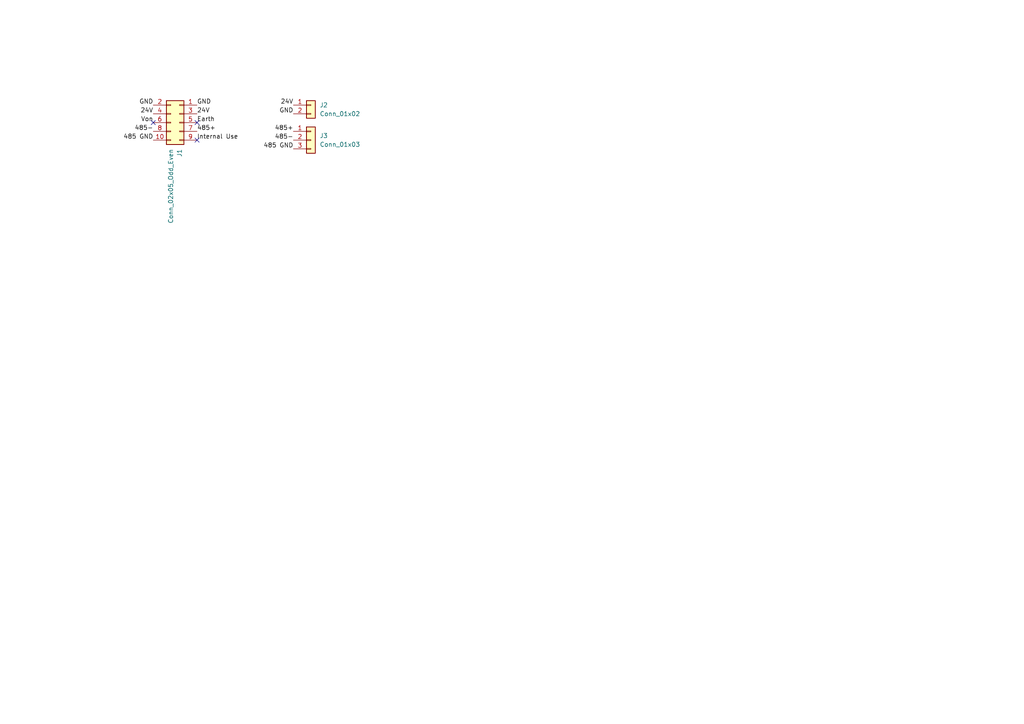
<source format=kicad_sch>
(kicad_sch (version 20211123) (generator eeschema)
  (paper "A4")
  (lib_symbols
    (symbol "Connector_Generic:Conn_01x02" (pin_names (offset 1.016) hide)
      (property "Reference" "J" (at 0 2.54 0))
      (property "Value" "Conn_01x02" (at 0 -5.08 0))
      (symbol "Conn_01x02_1_1"
        (rectangle (start -1.27 -2.413) (end 0 -2.667) (stroke (width 0.1524)))
        (rectangle (start -1.27 0.127) (end 0 -0.127) (stroke (width 0.1524)))
        (rectangle (start -1.27 1.27) (end 1.27 -3.81) (stroke (width 0.254)) (fill (type background)))
        (pin passive line (at -5.08 0 0) (length 3.81) (name "Pin_1") (number "1"))
        (pin passive line (at -5.08 -2.54 0) (length 3.81) (name "Pin_2") (number "2"))
      )
    )
    (symbol "Connector_Generic:Conn_01x03" (pin_names (offset 1.016) hide)
      (property "Reference" "J" (at 0 5.08 0))
      (property "Value" "Conn_01x03" (at 0 -5.08 0))
      (symbol "Conn_01x03_1_1"
        (rectangle (start -1.27 -2.413) (end 0 -2.667) (stroke (width 0.1524)))
        (rectangle (start -1.27 0.127) (end 0 -0.127) (stroke (width 0.1524)))
        (rectangle (start -1.27 2.667) (end 0 2.413) (stroke (width 0.1524)))
        (rectangle (start -1.27 3.81) (end 1.27 -3.81) (stroke (width 0.254)) (fill (type background)))
        (pin passive line (at -5.08 2.54 0) (length 3.81) (name "Pin_1") (number "1"))
        (pin passive line (at -5.08 0 0) (length 3.81) (name "Pin_2") (number "2"))
        (pin passive line (at -5.08 -2.54 0) (length 3.81) (name "Pin_3") (number "3"))
      )
    )
    (symbol "Connector_Generic:Conn_02x05_Odd_Even" (pin_names (offset 1.016) hide)
      (property "Reference" "J" (at 1.27 7.62 0))
      (property "Value" "Conn_02x05_Odd_Even" (at 1.27 -7.62 0))
      (symbol "Conn_02x05_Odd_Even_1_1"
        (rectangle (start -1.27 -4.953) (end 0 -5.207) (stroke (width 0.1524)))
        (rectangle (start -1.27 -2.413) (end 0 -2.667) (stroke (width 0.1524)))
        (rectangle (start -1.27 0.127) (end 0 -0.127) (stroke (width 0.1524)))
        (rectangle (start -1.27 2.667) (end 0 2.413) (stroke (width 0.1524)))
        (rectangle (start -1.27 5.207) (end 0 4.953) (stroke (width 0.1524)))
        (rectangle (start -1.27 6.35) (end 3.81 -6.35) (stroke (width 0.254)) (fill (type background)))
        (rectangle (start 3.81 -4.953) (end 2.54 -5.207) (stroke (width 0.1524)))
        (rectangle (start 3.81 -2.413) (end 2.54 -2.667) (stroke (width 0.1524)))
        (rectangle (start 3.81 0.127) (end 2.54 -0.127) (stroke (width 0.1524)))
        (rectangle (start 3.81 2.667) (end 2.54 2.413) (stroke (width 0.1524)))
        (rectangle (start 3.81 5.207) (end 2.54 4.953) (stroke (width 0.1524)))
        (pin passive line (at -5.08 5.08 0) (length 3.81) (name "Pin_1") (number "1"))
        (pin passive line (at 7.62 -5.08 180) (length 3.81) (name "Pin_10") (number "10"))
        (pin passive line (at 7.62 5.08 180) (length 3.81) (name "Pin_2") (number "2"))
        (pin passive line (at -5.08 2.54 0) (length 3.81) (name "Pin_3") (number "3"))
        (pin passive line (at 7.62 2.54 180) (length 3.81) (name "Pin_4") (number "4"))
        (pin passive line (at -5.08 0 0) (length 3.81) (name "Pin_5") (number "5"))
        (pin passive line (at 7.62 0 180) (length 3.81) (name "Pin_6") (number "6"))
        (pin passive line (at -5.08 -2.54 0) (length 3.81) (name "Pin_7") (number "7"))
        (pin passive line (at 7.62 -2.54 180) (length 3.81) (name "Pin_8") (number "8"))
        (pin passive line (at -5.08 -5.08 0) (length 3.81) (name "Pin_9") (number "9"))
      )
    )
  )
  (no_connect (at 57.15 40.64))
  (no_connect (at 44.45 35.56))
  (no_connect (at 57.15 35.56))
  (label "485 GND" (at 85.09 43.18 180))
  (label "Internal Use" (at 57.15 40.64 0))
  (label "Von" (at 44.45 35.56 180))
  (label "24V" (at 85.09 30.48 180))
  (label "485 GND" (at 44.45 40.64 180))
  (label "485-" (at 85.09 40.64 180))
  (label "GND" (at 85.09 33.02 180))
  (label "24V" (at 57.15 33.02 0))
  (label "485+" (at 57.15 38.1 0))
  (label "485-" (at 44.45 38.1 180))
  (label "24V" (at 44.45 33.02 180))
  (label "485+" (at 85.09 38.1 180))
  (label "Earth" (at 57.15 35.56 0))
  (label "GND" (at 57.15 30.48 0))
  (label "GND" (at 44.45 30.48 180))
  (symbol (lib_id "Connector_Generic:Conn_02x05_Odd_Even") (at 52.07 35.56 0) (mirror y) (unit 1)
    (property "Reference" "J1" (at 52.0701 43.18 90) (effects (justify right)))
    (property "Value" "Conn_02x05_Odd_Even" (at 49.5301 43.18 90) (effects (justify right)))
    (property "Footprint" "Connector_PinHeader_2.54mm:PinHeader_2x05_P2.54mm_Vertical" (effects hide))
  )
  (symbol (lib_id "Connector_Generic:Conn_01x03") (at 90.17 40.64 0) (unit 1)
    (property "Reference" "J3" (at 92.71 39.3699 0) (effects (justify left)))
    (property "Value" "Conn_01x03" (at 92.71 41.9099 0) (effects (justify left)))
    (property "Footprint" "Connector_PinHeader_2.54mm:PinHeader_1x03_P2.54mm_Vertical" (effects hide))
  )
  (symbol (lib_id "Connector_Generic:Conn_01x02") (at 90.17 30.48 0) (unit 1)
    (property "Reference" "J2" (at 92.71 30.4799 0) (effects (justify left)))
    (property "Value" "Conn_01x02" (at 92.71 33.0199 0) (effects (justify left)))
    (property "Footprint" "TerminalBlock_Phoenix:TerminalBlock_Phoenix_PT-1,5-2-5.0-H_1x02_P5.00mm_Horizontal" (effects hide))
  )
)
</source>
